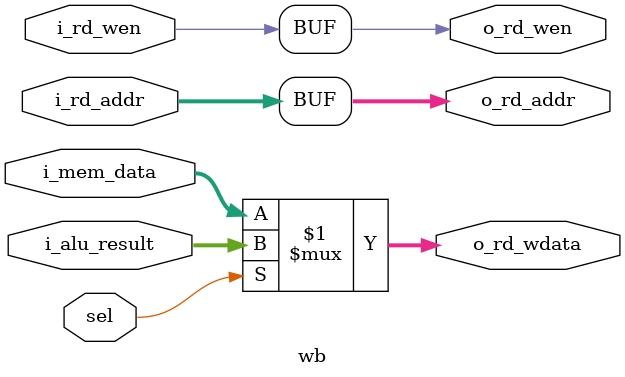
<source format=v>
 /*                                                                      
 Copyright 2025 Haoyu Tang, haoyu.tang@hotmail.com
                                                                         
 Licensed under the Apache License, Version 2.0 (the "License");         
 you may not use this file except in compliance with the License.        
 You may obtain a copy of the License at                                 
                                                                         
     http://www.apache.org/licenses/LICENSE-2.0                          
                                                                         
 Unless required by applicable law or agreed to in writing, software    
 distributed under the License is distributed on an "AS IS" BASIS,       
 WITHOUT WARRANTIES OR CONDITIONS OF ANY KIND, either express or implied.
 See the License for the specific language governing permissions and     
 limitations under the License.                                          
 */

 module wb #(
    parameter A =1
 ) (
    input sel,
    input i_rd_wen,
    input [4:0]i_rd_addr,
    input [31:0] i_alu_result,
    input [31:0] i_mem_data,
    output o_rd_wen,
    output [4:0]o_rd_addr,
    output [31:0]o_rd_wdata
 );
    assign o_rd_wdata = (sel)? i_alu_result : i_mem_data;
    assign o_rd_wen = i_rd_wen;
    assign o_rd_addr = i_rd_addr;
 endmodule
</source>
